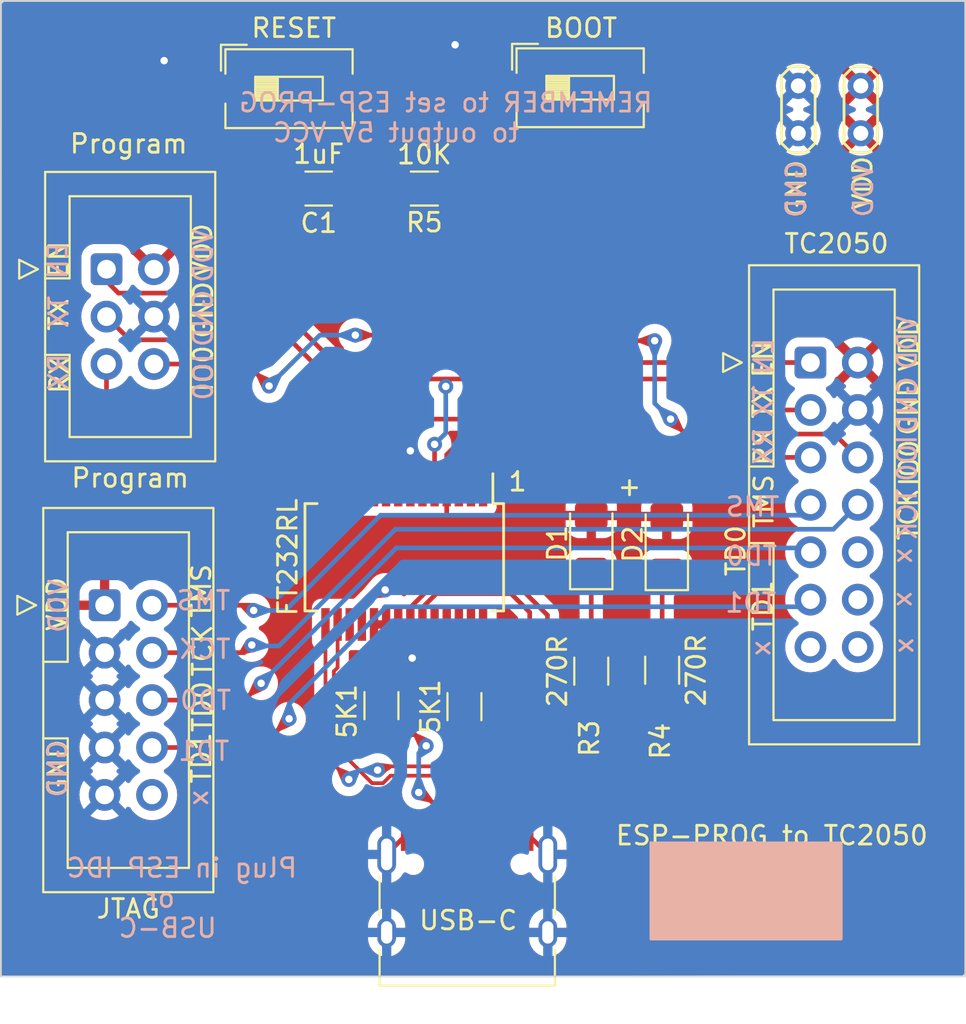
<source format=kicad_pcb>
(kicad_pcb (version 20241229) (generator "pcbnew") (generator_version "9.0")
  (layers (0 "F.Cu" signal) (2 "B.Cu" signal) (13 "F.Paste" user) (15 "B.Paste" user) (5 "F.SilkS" user "F.Silkscreen") (7 "B.SilkS" user "B.Silkscreen") (1 "F.Mask" user) (3 "B.Mask" user) (25 "Edge.Cuts" user))
  (net 0 "")
  (net 6 "GND")
  (net 7 "Net-(J4-CC1)")
  (net 8 "Net-(J4-CC2)")
  (net 9 "VDD")
  (net 10 "ESP_TMS")
  (net 11 "ESP_TCK")
  (net 12 "ESP_TD0")
  (net 13 "ESP_TD1")
  (net 14 "EN")
  (net 15 "TX")
  (net 16 "RX")
  (net 17 "IO0")
  (net 18 "Net-(D1-K)")
  (net 19 "Net-(D2-K)")
  (net 20 "D+")
  (net 21 "D-")
  (net 22 "Net-(U1-CBUS0)")
  (net 23 "Net-(U1-CBUS1)")
  (net 33 "USB_3V3")
  (footprint "LED_SMD:LED_1206_3216Metric_Pad1.42x1.75mm_HandSolder" (layer "F.Cu") (at 159.8 93.4 90)
    (property "Reference" "D1" (at 0 -1.82 90) (layer "F.SilkS"))
    (property "Value" "LED" (hide yes))
    (fp_line (start 1.6 -1.135) (end -2.46 -1.135) (stroke (width 0.12)) (layer "F.SilkS"))
    (fp_line (start -2.46 -1.135) (end -2.46 1.135) (stroke (width 0.12)) (layer "F.SilkS"))
    (fp_line (start -2.46 1.135) (end 1.6 1.135) (stroke (width 0.12)) (layer "F.SilkS"))
    (pad "1" smd roundrect (at -1.4875 0 90) (size 1.425 1.75) (layers "F.Cu" "F.Mask" "F.Paste") (roundrect_rratio 0.1754392982) (net 18 "Net-(D1-K)"))
    (pad "2" smd roundrect (at 1.4875 0 90) (size 1.425 1.75) (layers "F.Cu" "F.Mask" "F.Paste") (roundrect_rratio 0.1754392982) (net 9 "VDD"))
  )
  (footprint "LED_SMD:LED_1206_3216Metric_Pad1.42x1.75mm_HandSolder" (layer "F.Cu") (at 163.85 93.45 90)
    (property "Reference" "D2" (at 0 -1.82 90) (layer "F.SilkS"))
    (property "Value" "LED" (hide yes))
    (fp_line (start 1.6 -1.135) (end -2.46 -1.135) (stroke (width 0.12)) (layer "F.SilkS"))
    (fp_line (start -2.46 -1.135) (end -2.46 1.135) (stroke (width 0.12)) (layer "F.SilkS"))
    (fp_line (start -2.46 1.135) (end 1.6 1.135) (stroke (width 0.12)) (layer "F.SilkS"))
    (pad "1" smd roundrect (at -1.4875 0 90) (size 1.425 1.75) (layers "F.Cu" "F.Mask" "F.Paste") (roundrect_rratio 0.1754392982) (net 19 "Net-(D2-K)"))
    (pad "2" smd roundrect (at 1.4875 0 90) (size 1.425 1.75) (layers "F.Cu" "F.Mask" "F.Paste") (roundrect_rratio 0.1754392982) (net 9 "VDD"))
  )
  (footprint "TestPoint:TestPoint_2Pads_Pitch2.54mm_Drill0.8mm" (layer "F.Cu") (at 170.9 71.44 90)
    (property "Reference" "GND1" (hide yes))
    (property "Value" "GND" (hide yes))
    (fp_line (start 3.07 -0.9) (end 3.57 -0.4) (stroke (width 0.15)) (layer "F.SilkS"))
    (fp_line (start -0.53 -0.9) (end 3.07 -0.9) (stroke (width 0.15)) (layer "F.SilkS"))
    (fp_line (start 3.57 -0.4) (end 3.57 0.4) (stroke (width 0.15)) (layer "F.SilkS"))
    (fp_line (start -1.03 -0.4) (end -0.53 -0.9) (stroke (width 0.15)) (layer "F.SilkS"))
    (fp_line (start 3.57 0.4) (end 3.07 0.9) (stroke (width 0.15)) (layer "F.SilkS"))
    (fp_line (start -1.03 0.4) (end -1.03 -0.4) (stroke (width 0.15)) (layer "F.SilkS"))
    (fp_line (start 3.07 0.9) (end -0.53 0.9) (stroke (width 0.15)) (layer "F.SilkS"))
    (fp_line (start -0.53 0.9) (end -1.03 0.4) (stroke (width 0.15)) (layer "F.SilkS"))
    (pad "1" thru_hole circle (at 0 0 90) (size 1.4 1.4) (drill 0.8) (layers "*.Cu" "*.Mask") (net 6 "GND"))
    (pad "2" thru_hole circle (at 2.54 0 90) (size 1.4 1.4) (drill 0.8) (layers "*.Cu" "*.Mask") (net 6 "GND"))
  )
  (footprint "Resistor_SMD:R_1206_3216Metric_Pad1.30x1.75mm_HandSolder" (layer "F.Cu") (at 159.8 100.25 -90)
    (property "Reference" "R3" (at 3.6 0.1 90) (layer "F.SilkS"))
    (property "Value" "270R" (at 0 1.82 90) (layer "F.SilkS"))
    (fp_line (start -0.727064 0.91) (end 0.727064 0.91) (stroke (width 0.12)) (layer "F.SilkS"))
    (fp_line (start -0.727064 -0.91) (end 0.727064 -0.91) (stroke (width 0.12)) (layer "F.SilkS"))
    (pad "1" smd roundrect (at -1.55 0 270) (size 1.3 1.75) (layers "F.Cu" "F.Mask" "F.Paste") (roundrect_rratio 0.1923076923) (net 18 "Net-(D1-K)"))
    (pad "2" smd roundrect (at 1.55 0 270) (size 1.3 1.75) (layers "F.Cu" "F.Mask" "F.Paste") (roundrect_rratio 0.1923076923) (net 22 "Net-(U1-CBUS0)"))
  )
  (footprint "Connector_IDC:IDC-Header_2x07_P2.54mm_Vertical" (layer "F.Cu") (at 171.55 83.72)
    (property "Reference" "J3" (hide yes))
    (property "Value" "TDC2050_Connector" (hide yes))
    (fp_line (start -4.68 -0.5) (end -4.68 0.5) (stroke (width 0.12)) (layer "F.SilkS"))
    (fp_line (start -4.68 0.5) (end -3.68 0) (stroke (width 0.12)) (layer "F.SilkS"))
    (fp_line (start -3.68 0) (end -4.68 -0.5) (stroke (width 0.12)) (layer "F.SilkS"))
    (fp_line (start -3.29 -5.21) (end 5.83 -5.21) (stroke (width 0.12)) (layer "F.SilkS"))
    (fp_line (start -3.29 5.57) (end -1.98 5.57) (stroke (width 0.12)) (layer "F.SilkS"))
    (fp_line (start -3.29 20.45) (end -3.29 -5.21) (stroke (width 0.12)) (layer "F.SilkS"))
    (fp_line (start -1.98 -3.91) (end 4.52 -3.91) (stroke (width 0.12)) (layer "F.SilkS"))
    (fp_line (start -1.98 5.57) (end -1.98 -3.91) (stroke (width 0.12)) (layer "F.SilkS"))
    (fp_line (start -1.98 9.67) (end -3.29 9.67) (stroke (width 0.12)) (layer "F.SilkS"))
    (fp_line (start -1.98 9.67) (end -1.98 9.67) (stroke (width 0.12)) (layer "F.SilkS"))
    (fp_line (start -1.98 19.15) (end -1.98 9.67) (stroke (width 0.12)) (layer "F.SilkS"))
    (fp_line (start 4.52 -3.91) (end 4.52 19.15) (stroke (width 0.12)) (layer "F.SilkS"))
    (fp_line (start 4.52 19.15) (end -1.98 19.15) (stroke (width 0.12)) (layer "F.SilkS"))
    (fp_line (start 5.83 -5.21) (end 5.83 20.45) (stroke (width 0.12)) (layer "F.SilkS"))
    (fp_line (start 5.83 20.45) (end -3.29 20.45) (stroke (width 0.12)) (layer "F.SilkS"))
    (pad "1" thru_hole roundrect (at 0 0) (size 1.7 1.7) (drill 1) (layers "*.Cu" "*.Mask") (roundrect_rratio 0.1470588235) (net 14 "EN"))
    (pad "2" thru_hole circle (at 2.54 0) (size 1.7 1.7) (drill 1) (layers "*.Cu" "*.Mask") (net 9 "VDD"))
    (pad "3" thru_hole circle (at 0 2.54) (size 1.7 1.7) (drill 1) (layers "*.Cu" "*.Mask") (net 15 "TX"))
    (pad "4" thru_hole circle (at 2.54 2.54) (size 1.7 1.7) (drill 1) (layers "*.Cu" "*.Mask") (net 6 "GND"))
    (pad "5" thru_hole circle (at 0 5.08) (size 1.7 1.7) (drill 1) (layers "*.Cu" "*.Mask") (net 16 "RX"))
    (pad "6" thru_hole circle (at 2.54 5.08) (size 1.7 1.7) (drill 1) (layers "*.Cu" "*.Mask") (net 17 "IO0"))
    (pad "7" thru_hole circle (at 0 7.62) (size 1.7 1.7) (drill 1) (layers "*.Cu" "*.Mask") (net 10 "ESP_TMS"))
    (pad "8" thru_hole circle (at 2.54 7.62) (size 1.7 1.7) (drill 1) (layers "*.Cu" "*.Mask") (net 11 "ESP_TCK"))
    (pad "9" thru_hole circle (at 0 10.16) (size 1.7 1.7) (drill 1) (layers "*.Cu" "*.Mask") (net 12 "ESP_TD0"))
    (pad "10" thru_hole circle (at 2.54 10.16) (size 1.7 1.7) (drill 1) (layers "*.Cu" "*.Mask"))
    (pad "11" thru_hole circle (at 0 12.7) (size 1.7 1.7) (drill 1) (layers "*.Cu" "*.Mask") (net 13 "ESP_TD1"))
    (pad "12" thru_hole circle (at 2.54 12.7) (size 1.7 1.7) (drill 1) (layers "*.Cu" "*.Mask"))
    (pad "13" thru_hole circle (at 0 15.24) (size 1.7 1.7) (drill 1) (layers "*.Cu" "*.Mask"))
    (pad "14" thru_hole circle (at 2.54 15.24) (size 1.7 1.7) (drill 1) (layers "*.Cu" "*.Mask"))
  )
  (footprint "Button_Switch_SMD:SW_DIP_SPSTx01_Slide_6.7x4.1mm_W8.61mm_P2.54mm_LowProfile" (layer "F.Cu") (at 159.205 69)
    (property "Reference" "B2" (hide yes))
    (property "Value" "BOOT" (at 0.045 -3.2 0) (layer "F.SilkS"))
    (fp_line (start -3.65 -2.35) (end -3.65 -0.967) (stroke (width 0.12)) (layer "F.SilkS"))
    (fp_line (start -3.65 -2.35) (end -2.267 -2.35) (stroke (width 0.12)) (layer "F.SilkS"))
    (fp_line (start -3.41 -2.11) (end -3.41 -0.8) (stroke (width 0.12)) (layer "F.SilkS"))
    (fp_line (start -3.41 -2.11) (end 3.41 -2.11) (stroke (width 0.12)) (layer "F.SilkS"))
    (fp_line (start -3.41 0.8) (end -3.41 2.11) (stroke (width 0.12)) (layer "F.SilkS"))
    (fp_line (start -3.41 2.11) (end 3.41 2.11) (stroke (width 0.12)) (layer "F.SilkS"))
    (fp_line (start -1.81 -0.635) (end -1.81 0.635) (stroke (width 0.12)) (layer "F.SilkS"))
    (fp_line (start -1.81 -0.515) (end -0.603333 -0.515) (stroke (width 0.12)) (layer "F.SilkS"))
    (fp_line (start -1.81 -0.395) (end -0.603333 -0.395) (stroke (width 0.12)) (layer "F.SilkS"))
    (fp_line (start -1.81 -0.275) (end -0.603333 -0.275) (stroke (width 0.12)) (layer "F.SilkS"))
    (fp_line (start -1.81 -0.155) (end -0.603333 -0.155) (stroke (width 0.12)) (layer "F.SilkS"))
    (fp_line (start -1.81 -0.035) (end -0.603333 -0.035) (stroke (width 0.12)) (layer "F.SilkS"))
    (fp_line (start -1.81 0.085) (end -0.603333 0.085) (stroke (width 0.12)) (layer "F.SilkS"))
    (fp_line (start -1.81 0.205) (end -0.603333 0.205) (stroke (width 0.12)) (layer "F.SilkS"))
    (fp_line (start -1.81 0.325) (end -0.603333 0.325) (stroke (width 0.12)) (layer "F.SilkS"))
    (fp_line (start -1.81 0.445) (end -0.603333 0.445) (stroke (width 0.12)) (layer "F.SilkS"))
    (fp_line (start -1.81 0.565) (end -0.603333 0.565) (stroke (width 0.12)) (layer "F.SilkS"))
    (fp_line (start -1.81 0.635) (end 1.81 0.635) (stroke (width 0.12)) (layer "F.SilkS"))
    (fp_line (start -0.603333 -0.635) (end -0.603333 0.635) (stroke (width 0.12)) (layer "F.SilkS"))
    (fp_line (start 1.81 -0.635) (end -1.81 -0.635) (stroke (width 0.12)) (layer "F.SilkS"))
    (fp_line (start 1.81 0.635) (end 1.81 -0.635) (stroke (width 0.12)) (layer "F.SilkS"))
    (fp_line (start 3.41 -2.11) (end 3.41 -0.8) (stroke (width 0.12)) (layer "F.SilkS"))
    (fp_line (start 3.41 0.8) (end 3.41 2.11) (stroke (width 0.12)) (layer "F.SilkS"))
    (pad "1" smd rect (at -4.305 0) (size 2.44 1.12) (layers "F.Cu" "F.Mask" "F.Paste") (net 6 "GND"))
    (pad "2" smd rect (at 4.305 0) (size 2.44 1.12) (layers "F.Cu" "F.Mask" "F.Paste") (net 17 "IO0"))
  )
  (footprint "TestPoint:TestPoint_2Pads_Pitch2.54mm_Drill0.8mm" (layer "F.Cu") (at 174.25 71.44 90)
    (property "Reference" "VCC1" (hide yes))
    (property "Value" "VCC" (hide yes))
    (fp_line (start 3.07 -0.9) (end 3.57 -0.4) (stroke (width 0.15)) (layer "F.SilkS"))
    (fp_line (start -0.53 -0.9) (end 3.07 -0.9) (stroke (width 0.15)) (layer "F.SilkS"))
    (fp_line (start 3.57 -0.4) (end 3.57 0.4) (stroke (width 0.15)) (layer "F.SilkS"))
    (fp_line (start -1.03 -0.4) (end -0.53 -0.9) (stroke (width 0.15)) (layer "F.SilkS"))
    (fp_line (start 3.57 0.4) (end 3.07 0.9) (stroke (width 0.15)) (layer "F.SilkS"))
    (fp_line (start -1.03 0.4) (end -1.03 -0.4) (stroke (width 0.15)) (layer "F.SilkS"))
    (fp_line (start 3.07 0.9) (end -0.53 0.9) (stroke (width 0.15)) (layer "F.SilkS"))
    (fp_line (start -0.53 0.9) (end -1.03 0.4) (stroke (width 0.15)) (layer "F.SilkS"))
    (pad "1" thru_hole circle (at 0 0 90) (size 1.4 1.4) (drill 0.8) (layers "*.Cu" "*.Mask") (net 9 "VDD"))
    (pad "2" thru_hole circle (at 2.54 0 90) (size 1.4 1.4) (drill 0.8) (layers "*.Cu" "*.Mask") (net 9 "VDD"))
  )
  (footprint "Resistor_SMD:R_1206_3216Metric_Pad1.30x1.75mm_HandSolder" (layer "F.Cu") (at 150.85 74.4 180)
    (property "Reference" "R5" (at 0 -1.82 0) (layer "F.SilkS"))
    (property "Value" "10K" (at 0 1.82 0) (layer "F.SilkS"))
    (fp_line (start -0.727064 0.91) (end 0.727064 0.91) (stroke (width 0.12)) (layer "F.SilkS"))
    (fp_line (start -0.727064 -0.91) (end 0.727064 -0.91) (stroke (width 0.12)) (layer "F.SilkS"))
    (pad "1" smd roundrect (at -1.55 0 180) (size 1.3 1.75) (layers "F.Cu" "F.Mask" "F.Paste") (roundrect_rratio 0.1923076923) (net 9 "VDD"))
    (pad "2" smd roundrect (at 1.55 0 180) (size 1.3 1.75) (layers "F.Cu" "F.Mask" "F.Paste") (roundrect_rratio 0.1923076923) (net 14 "EN"))
  )
  (footprint "Connector_IDC:IDC-Header_2x03_P2.54mm_Vertical" (layer "F.Cu") (at 133.81 78.72)
    (property "Reference" "J2" (hide yes))
    (property "Value" "Program" (at 1.27 11.18 0) (layer "F.SilkS"))
    (fp_line (start -4.68 -0.5) (end -4.68 0.5) (stroke (width 0.12)) (layer "F.SilkS"))
    (fp_line (start -4.68 0.5) (end -3.68 0) (stroke (width 0.12)) (layer "F.SilkS"))
    (fp_line (start -3.68 0) (end -4.68 -0.5) (stroke (width 0.12)) (layer "F.SilkS"))
    (fp_line (start -3.29 -5.21) (end 5.83 -5.21) (stroke (width 0.12)) (layer "F.SilkS"))
    (fp_line (start -3.29 0.49) (end -1.98 0.49) (stroke (width 0.12)) (layer "F.SilkS"))
    (fp_line (start -3.29 10.29) (end -3.29 -5.21) (stroke (width 0.12)) (layer "F.SilkS"))
    (fp_line (start -1.98 -3.91) (end 4.52 -3.91) (stroke (width 0.12)) (layer "F.SilkS"))
    (fp_line (start -1.98 0.49) (end -1.98 -3.91) (stroke (width 0.12)) (layer "F.SilkS"))
    (fp_line (start -1.98 4.59) (end -3.29 4.59) (stroke (width 0.12)) (layer "F.SilkS"))
    (fp_line (start -1.98 4.59) (end -1.98 4.59) (stroke (width 0.12)) (layer "F.SilkS"))
    (fp_line (start -1.98 8.99) (end -1.98 4.59) (stroke (width 0.12)) (layer "F.SilkS"))
    (fp_line (start 4.52 -3.91) (end 4.52 8.99) (stroke (width 0.12)) (layer "F.SilkS"))
    (fp_line (start 4.52 8.99) (end -1.98 8.99) (stroke (width 0.12)) (layer "F.SilkS"))
    (fp_line (start 5.83 -5.21) (end 5.83 10.29) (stroke (width 0.12)) (layer "F.SilkS"))
    (fp_line (start 5.83 10.29) (end -3.29 10.29) (stroke (width 0.12)) (layer "F.SilkS"))
    (pad "1" thru_hole roundrect (at 0 0) (size 1.7 1.7) (drill 1) (layers "*.Cu" "*.Mask") (roundrect_rratio 0.1470588235) (net 14 "EN"))
    (pad "2" thru_hole circle (at 2.54 0) (size 1.7 1.7) (drill 1) (layers "*.Cu" "*.Mask") (net 9 "VDD"))
    (pad "3" thru_hole circle (at 0 2.54) (size 1.7 1.7) (drill 1) (layers "*.Cu" "*.Mask") (net 15 "TX"))
    (pad "4" thru_hole circle (at 2.54 2.54) (size 1.7 1.7) (drill 1) (layers "*.Cu" "*.Mask") (net 6 "GND"))
    (pad "5" thru_hole circle (at 0 5.08) (size 1.7 1.7) (drill 1) (layers "*.Cu" "*.Mask") (net 16 "RX"))
    (pad "6" thru_hole circle (at 2.54 5.08) (size 1.7 1.7) (drill 1) (layers "*.Cu" "*.Mask") (net 17 "IO0"))
  )
  (footprint "Capacitor_SMD:C_1206_3216Metric_Pad1.33x1.80mm_HandSolder" (layer "F.Cu") (at 145.1875 74.4 180)
    (property "Reference" "C1" (at 0 -1.85 0) (layer "F.SilkS"))
    (property "Value" "1uF" (at 0 1.85 0) (layer "F.SilkS"))
    (fp_line (start -0.711252 0.91) (end 0.711252 0.91) (stroke (width 0.12)) (layer "F.SilkS"))
    (fp_line (start -0.711252 -0.91) (end 0.711252 -0.91) (stroke (width 0.12)) (layer "F.SilkS"))
    (pad "1" smd roundrect (at -1.5625 0 180) (size 1.325 1.8) (layers "F.Cu" "F.Mask" "F.Paste") (roundrect_rratio 0.1886792453) (net 14 "EN"))
    (pad "2" smd roundrect (at 1.5625 0 180) (size 1.325 1.8) (layers "F.Cu" "F.Mask" "F.Paste") (roundrect_rratio 0.1886792453) (net 6 "GND"))
  )
  (footprint "Resistor_SMD:R_1206_3216Metric_Pad1.30x1.75mm_HandSolder" (layer "F.Cu") (at 153 102.15 -90)
    (property "Reference" "R2" (hide yes))
    (property "Value" "5K1" (at 0 1.82 90) (layer "F.SilkS"))
    (fp_line (start -0.727064 0.91) (end 0.727064 0.91) (stroke (width 0.12)) (layer "F.SilkS"))
    (fp_line (start -0.727064 -0.91) (end 0.727064 -0.91) (stroke (width 0.12)) (layer "F.SilkS"))
    (pad "1" smd roundrect (at -1.55 0 270) (size 1.3 1.75) (layers "F.Cu" "F.Mask" "F.Paste") (roundrect_rratio 0.1923076923) (net 6 "GND"))
    (pad "2" smd roundrect (at 1.55 0 270) (size 1.3 1.75) (layers "F.Cu" "F.Mask" "F.Paste") (roundrect_rratio 0.1923076923) (net 8 "Net-(J4-CC2)"))
  )
  (footprint "Connector_IDC:IDC-Header_2x05_P2.54mm_Vertical" (layer "F.Cu") (at 133.71 96.72)
    (property "Reference" "J1" (hide yes))
    (property "Value" "JTAG" (at 1.27 16.26 0) (layer "F.SilkS"))
    (fp_line (start -4.68 -0.5) (end -4.68 0.5) (stroke (width 0.12)) (layer "F.SilkS"))
    (fp_line (start -4.68 0.5) (end -3.68 0) (stroke (width 0.12)) (layer "F.SilkS"))
    (fp_line (start -3.68 0) (end -4.68 -0.5) (stroke (width 0.12)) (layer "F.SilkS"))
    (fp_line (start -3.29 -5.21) (end 5.83 -5.21) (stroke (width 0.12)) (layer "F.SilkS"))
    (fp_line (start -3.29 3.03) (end -1.98 3.03) (stroke (width 0.12)) (layer "F.SilkS"))
    (fp_line (start -3.29 15.37) (end -3.29 -5.21) (stroke (width 0.12)) (layer "F.SilkS"))
    (fp_line (start -1.98 -3.91) (end 4.52 -3.91) (stroke (width 0.12)) (layer "F.SilkS"))
    (fp_line (start -1.98 3.03) (end -1.98 -3.91) (stroke (width 0.12)) (layer "F.SilkS"))
    (fp_line (start -1.98 7.13) (end -3.29 7.13) (stroke (width 0.12)) (layer "F.SilkS"))
    (fp_line (start -1.98 7.13) (end -1.98 7.13) (stroke (width 0.12)) (layer "F.SilkS"))
    (fp_line (start -1.98 14.07) (end -1.98 7.13) (stroke (width 0.12)) (layer "F.SilkS"))
    (fp_line (start 4.52 -3.91) (end 4.52 14.07) (stroke (width 0.12)) (layer "F.SilkS"))
    (fp_line (start 4.52 14.07) (end -1.98 14.07) (stroke (width 0.12)) (layer "F.SilkS"))
    (fp_line (start 5.83 -5.21) (end 5.83 15.37) (stroke (width 0.12)) (layer "F.SilkS"))
    (fp_line (start 5.83 15.37) (end -3.29 15.37) (stroke (width 0.12)) (layer "F.SilkS"))
    (pad "1" thru_hole roundrect (at 0 0) (size 1.7 1.7) (drill 1) (layers "*.Cu" "*.Mask") (roundrect_rratio 0.1470588235) (net 9 "VDD"))
    (pad "2" thru_hole circle (at 2.54 0) (size 1.7 1.7) (drill 1) (layers "*.Cu" "*.Mask") (net 10 "ESP_TMS"))
    (pad "3" thru_hole circle (at 0 2.54) (size 1.7 1.7) (drill 1) (layers "*.Cu" "*.Mask") (net 6 "GND"))
    (pad "4" thru_hole circle (at 2.54 2.54) (size 1.7 1.7) (drill 1) (layers "*.Cu" "*.Mask") (net 11 "ESP_TCK"))
    (pad "5" thru_hole circle (at 0 5.08) (size 1.7 1.7) (drill 1) (layers "*.Cu" "*.Mask") (net 6 "GND"))
    (pad "6" thru_hole circle (at 2.54 5.08) (size 1.7 1.7) (drill 1) (layers "*.Cu" "*.Mask") (net 12 "ESP_TD0"))
    (pad "7" thru_hole circle (at 0 7.62) (size 1.7 1.7) (drill 1) (layers "*.Cu" "*.Mask") (net 6 "GND"))
    (pad "8" thru_hole circle (at 2.54 7.62) (size 1.7 1.7) (drill 1) (layers "*.Cu" "*.Mask") (net 13 "ESP_TD1"))
    (pad "9" thru_hole circle (at 0 10.16) (size 1.7 1.7) (drill 1) (layers "*.Cu" "*.Mask") (net 6 "GND"))
    (pad "10" thru_hole circle (at 2.54 10.16) (size 1.7 1.7) (drill 1) (layers "*.Cu" "*.Mask"))
  )
  (footprint "Resistor_SMD:R_1206_3216Metric_Pad1.30x1.75mm_HandSolder" (layer "F.Cu") (at 148.55 102.1 -90)
    (property "Reference" "R1" (hide yes))
    (property "Value" "5K1" (at 0.3 1.85 90) (layer "F.SilkS"))
    (fp_line (start -0.727064 0.91) (end 0.727064 0.91) (stroke (width 0.12)) (layer "F.SilkS"))
    (fp_line (start -0.727064 -0.91) (end 0.727064 -0.91) (stroke (width 0.12)) (layer "F.SilkS"))
    (pad "1" smd roundrect (at -1.55 0 270) (size 1.3 1.75) (layers "F.Cu" "F.Mask" "F.Paste") (roundrect_rratio 0.1923076923) (net 6 "GND"))
    (pad "2" smd roundrect (at 1.55 0 270) (size 1.3 1.75) (layers "F.Cu" "F.Mask" "F.Paste") (roundrect_rratio 0.1923076923) (net 7 "Net-(J4-CC1)"))
  )
  (footprint "Button_Switch_SMD:SW_DIP_SPSTx01_Slide_6.7x4.1mm_W8.61mm_P2.54mm_LowProfile" (layer "F.Cu") (at 143.595 69.05)
    (property "Reference" "B1" (hide yes))
    (property "Value" "RESET" (at 0.255 -3.25 0) (layer "F.SilkS"))
    (fp_line (start -3.65 -2.35) (end -3.65 -0.967) (stroke (width 0.12)) (layer "F.SilkS"))
    (fp_line (start -3.65 -2.35) (end -2.267 -2.35) (stroke (width 0.12)) (layer "F.SilkS"))
    (fp_line (start -3.41 -2.11) (end -3.41 -0.8) (stroke (width 0.12)) (layer "F.SilkS"))
    (fp_line (start -3.41 -2.11) (end 3.41 -2.11) (stroke (width 0.12)) (layer "F.SilkS"))
    (fp_line (start -3.41 0.8) (end -3.41 2.11) (stroke (width 0.12)) (layer "F.SilkS"))
    (fp_line (start -3.41 2.11) (end 3.41 2.11) (stroke (width 0.12)) (layer "F.SilkS"))
    (fp_line (start -1.81 -0.635) (end -1.81 0.635) (stroke (width 0.12)) (layer "F.SilkS"))
    (fp_line (start -1.81 -0.515) (end -0.603333 -0.515) (stroke (width 0.12)) (layer "F.SilkS"))
    (fp_line (start -1.81 -0.395) (end -0.603333 -0.395) (stroke (width 0.12)) (layer "F.SilkS"))
    (fp_line (start -1.81 -0.275) (end -0.603333 -0.275) (stroke (width 0.12)) (layer "F.SilkS"))
    (fp_line (start -1.81 -0.155) (end -0.603333 -0.155) (stroke (width 0.12)) (layer "F.SilkS"))
    (fp_line (start -1.81 -0.035) (end -0.603333 -0.035) (stroke (width 0.12)) (layer "F.SilkS"))
    (fp_line (start -1.81 0.085) (end -0.603333 0.085) (stroke (width 0.12)) (layer "F.SilkS"))
    (fp_line (start -1.81 0.205) (end -0.603333 0.205) (stroke (width 0.12)) (layer "F.SilkS"))
    (fp_line (start -1.81 0.325) (end -0.603333 0.325) (stroke (width 0.12)) (layer "F.SilkS"))
    (fp_line (start -1.81 0.445) (end -0.603333 0.445) (stroke (width 0.12)) (layer "F.SilkS"))
    (fp_line (start -1.81 0.565) (end -0.603333 0.565) (stroke (width 0.12)) (layer "F.SilkS"))
    (fp_line (start -1.81 0.635) (end 1.81 0.635) (stroke (width 0.12)) (layer "F.SilkS"))
    (fp_line (start -0.603333 -0.635) (end -0.603333 0.635) (stroke (width 0.12)) (layer "F.SilkS"))
    (fp_line (start 1.81 -0.635) (end -1.81 -0.635) (stroke (width 0.12)) (layer "F.SilkS"))
    (fp_line (start 1.81 0.635) (end 1.81 -0.635) (stroke (width 0.12)) (layer "F.SilkS"))
    (fp_line (start 3.41 -2.11) (end 3.41 -0.8) (stroke (width 0.12)) (layer "F.SilkS"))
    (fp_line (start 3.41 0.8) (end 3.41 2.11) (stroke (width 0.12)) (layer "F.SilkS"))
    (pad "1" smd rect (at -4.305 0) (size 2.44 1.12) (layers "F.Cu" "F.Mask" "F.Paste") (net 6 "GND"))
    (pad "2" smd rect (at 4.305 0) (size 2.44 1.12) (layers "F.Cu" "F.Mask" "F.Paste") (net 14 "EN"))
  )
  (footprint "Connector_USB:USB_C_Receptacle_HRO_TYPE-C-31-M-12" (layer "F.Cu") (at 153.15 113.195)
    (property "Reference" "J4" (hide yes))
    (property "Value" "USB_C_Receptacle_USB2.0")
    (fp_line (start -4.7 -1.9) (end -4.7 0.1) (stroke (width 0.12)) (layer "F.SilkS"))
    (fp_line (start -4.7 2) (end -4.7 3.9) (stroke (width 0.12)) (layer "F.SilkS"))
    (fp_line (start -4.7 3.9) (end 4.7 3.9) (stroke (width 0.12)) (layer "F.SilkS"))
    (fp_line (start 4.7 -1.9) (end 4.7 0.1) (stroke (width 0.12)) (layer "F.SilkS"))
    (fp_line (start 4.7 2) (end 4.7 3.9) (stroke (width 0.12)) (layer "F.SilkS"))
    (pad "" np_thru_hole circle (at -2.89 -2.6) (size 0.65 0.65) (drill 0.65) (layers "*.Cu" "*.Mask"))
    (pad "" np_thru_hole circle (at 2.89 -2.6) (size 0.65 0.65) (drill 0.65) (layers "*.Cu" "*.Mask"))
    (pad "A1" smd rect (at -3.25 -4.045) (size 0.6 1.45) (layers "F.Cu" "F.Mask" "F.Paste") (net 6 "GND"))
    (pad "A4" smd rect (at -2.45 -4.045) (size 0.6 1.45) (layers "F.Cu" "F.Mask" "F.Paste") (net 9 "VDD"))
    (pad "A5" smd rect (at -1.25 -4.045) (size 0.3 1.45) (layers "F.Cu" "F.Mask" "F.Paste") (net 7 "Net-(J4-CC1)"))
    (pad "A6" smd rect (at -0.25 -4.045) (size 0.3 1.45) (layers "F.Cu" "F.Mask" "F.Paste") (net 20 "D+"))
    (pad "A7" smd rect (at 0.25 -4.045) (size 0.3 1.45) (layers "F.Cu" "F.Mask" "F.Paste") (net 21 "D-"))
    (pad "A9" smd rect (at 2.45 -4.045) (size 0.6 1.45) (layers "F.Cu" "F.Mask" "F.Paste") (net 9 "VDD"))
    (pad "A12" smd rect (at 3.25 -4.045) (size 0.6 1.45) (layers "F.Cu" "F.Mask" "F.Paste") (net 6 "GND"))
    (pad "B1" smd rect (at 3.25 -4.045) (size 0.6 1.45) (layers "F.Cu" "F.Mask" "F.Paste") (net 6 "GND"))
    (pad "B4" smd rect (at 2.45 -4.045) (size 0.6 1.45) (layers "F.Cu" "F.Mask" "F.Paste") (net 9 "VDD"))
    (pad "B5" smd rect (at 1.75 -4.045) (size 0.3 1.45) (layers "F.Cu" "F.Mask" "F.Paste") (net 8 "Net-(J4-CC2)"))
    (pad "B6" smd rect (at 0.75 -4.045) (size 0.3 1.45) (layers "F.Cu" "F.Mask" "F.Paste") (net 20 "D+"))
    (pad "B7" smd rect (at -0.75 -4.045) (size 0.3 1.45) (layers "F.Cu" "F.Mask" "F.Paste") (net 21 "D-"))
    (pad "B9" smd rect (at -2.45 -4.045) (size 0.6 1.45) (layers "F.Cu" "F.Mask" "F.Paste") (net 9 "VDD"))
    (pad "B12" smd rect (at -3.25 -4.045) (size 0.6 1.45) (layers "F.Cu" "F.Mask" "F.Paste") (net 6 "GND"))
    (pad "S1" thru_hole oval (at -4.32 -3.13) (size 1 2.1) (drill oval 0.6 1.7) (layers "*.Cu" "*.Mask") (net 6 "GND"))
    (pad "S1" thru_hole oval (at -4.32 1.05) (size 1 1.6) (drill oval 0.6 1.2) (layers "*.Cu" "*.Mask") (net 6 "GND"))
    (pad "S1" thru_hole oval (at 4.32 -3.13) (size 1 2.1) (drill oval 0.6 1.7) (layers "*.Cu" "*.Mask") (net 6 "GND"))
    (pad "S1" thru_hole oval (at 4.32 1.05) (size 1 1.6) (drill oval 0.6 1.2) (layers "*.Cu" "*.Mask") (net 6 "GND"))
  )
  (footprint "Package_SO:SSOP-28_5.3x10.2mm_P0.65mm" (layer "F.Cu") (at 149.775 94.15 -90)
    (property "Reference" "U1" (hide yes))
    (property "Value" "FT232RL" (at 0 6.25 90) (layer "F.SilkS"))
    (fp_line (start -2.875 5.325) (end 2.875 5.325) (stroke (width 0.15)) (layer "F.SilkS"))
    (fp_line (start -2.875 5.325) (end -2.875 4.675) (stroke (width 0.15)) (layer "F.SilkS"))
    (fp_line (start 2.875 5.325) (end 2.875 4.675) (stroke (width 0.15)) (layer "F.SilkS"))
    (fp_line (start -2.875 -4.75) (end -4.475 -4.75) (stroke (width 0.15)) (layer "F.SilkS"))
    (fp_line (start -2.875 -5.325) (end -2.875 -4.75) (stroke (width 0.15)) (layer "F.SilkS"))
    (fp_line (start -2.875 -5.325) (end 2.875 -5.325) (stroke (width 0.15)) (layer "F.SilkS"))
    (fp_line (start 2.875 -5.325) (end 2.875 -4.675) (stroke (width 0.15)) (layer "F.SilkS"))
    (pad "1" smd rect (at -3.6 -4.225 270) (size 1.75 0.45) (layers "F.Cu" "F.Mask" "F.Paste") (net 16 "RX"))
    (pad "2" smd rect (at -3.6 -3.575 270) (size 1.75 0.45) (layers "F.Cu" "F.Mask" "F.Paste"))
    (pad "3" smd rect (at -3.6 -2.925 270) (size 1.75 0.45) (layers "F.Cu" "F.Mask" "F.Paste"))
    (pad "4" smd rect (at -3.6 -2.275 270) (size 1.75 0.45) (layers "F.Cu" "F.Mask" "F.Paste") (net 9 "VDD"))
    (pad "5" smd rect (at -3.6 -1.625 270) (size 1.75 0.45) (layers "F.Cu" "F.Mask" "F.Paste") (net 15 "TX"))
    (pad "6" smd rect (at -3.6 -0.975 270) (size 1.75 0.45) (layers "F.Cu" "F.Mask" "F.Paste"))
    (pad "7" smd rect (at -3.6 -0.325 270) (size 1.75 0.45) (layers "F.Cu" "F.Mask" "F.Paste") (net 6 "GND"))
    (pad "8" smd rect (at -3.6 0.325 270) (size 1.75 0.45) (layers "F.Cu" "F.Mask" "F.Paste"))
    (pad "9" smd rect (at -3.6 0.975 270) (size 1.75 0.45) (layers "F.Cu" "F.Mask" "F.Paste"))
    (pad "10" smd rect (at -3.6 1.625 270) (size 1.75 0.45) (layers "F.Cu" "F.Mask" "F.Paste"))
    (pad "11" smd rect (at -3.6 2.275 270) (size 1.75 0.45) (layers "F.Cu" "F.Mask" "F.Paste"))
    (pad "12" smd rect (at -3.6 2.925 270) (size 1.75 0.45) (layers "F.Cu" "F.Mask" "F.Paste"))
    (pad "13" smd rect (at -3.6 3.575 270) (size 1.75 0.45) (layers "F.Cu" "F.Mask" "F.Paste"))
    (pad "14" smd rect (at -3.6 4.225 270) (size 1.75 0.45) (layers "F.Cu" "F.Mask" "F.Paste"))
    (pad "15" smd rect (at 3.6 4.225 270) (size 1.75 0.45) (layers "F.Cu" "F.Mask" "F.Paste") (net 20 "D+"))
    (pad "16" smd rect (at 3.6 3.575 270) (size 1.75 0.45) (layers "F.Cu" "F.Mask" "F.Paste") (net 21 "D-"))
    (pad "17" smd rect (at 3.6 2.925 270) (size 1.75 0.45) (layers "F.Cu" "F.Mask" "F.Paste") (net 33 "USB_3V3"))
    (pad "18" smd rect (at 3.6 2.275 270) (size 1.75 0.45) (layers "F.Cu" "F.Mask" "F.Paste") (net 6 "GND"))
    (pad "19" smd rect (at 3.6 1.625 270) (size 1.75 0.45) (layers "F.Cu" "F.Mask" "F.Paste") (net 9 "VDD"))
    (pad "20" smd rect (at 3.6 0.975 270) (size 1.75 0.45) (layers "F.Cu" "F.Mask" "F.Paste") (net 9 "VDD"))
    (pad "21" smd rect (at 3.6 0.325 270) (size 1.75 0.45) (layers "F.Cu" "F.Mask" "F.Paste") (net 6 "GND"))
    (pad "22" smd rect (at 3.6 -0.325 270) (size 1.75 0.45) (layers "F.Cu" "F.Mask" "F.Paste") (net 23 "Net-(U1-CBUS1)"))
    (pad "23" smd rect (at 3.6 -0.975 270) (size 1.75 0.45) (layers "F.Cu" "F.Mask" "F.Paste") (net 22 "Net-(U1-CBUS0)"))
    (pad "24" smd rect (at 3.6 -1.625 270) (size 1.75 0.45) (layers "F.Cu" "F.Mask" "F.Paste"))
    (pad "25" smd rect (at 3.6 -2.275 270) (size 1.75 0.45) (layers "F.Cu" "F.Mask" "F.Paste") (net 6 "GND"))
    (pad "26" smd rect (at 3.6 -2.925 270) (size 1.75 0.45) (layers "F.Cu" "F.Mask" "F.Paste") (net 6 "GND"))
    (pad "27" smd rect (at 3.6 -3.575 270) (size 1.75 0.45) (layers "F.Cu" "F.Mask" "F.Paste"))
    (pad "28" smd rect (at 3.6 -4.225 270) (size 1.75 0.45) (layers "F.Cu" "F.Mask" "F.Paste"))
  )
  (footprint "Resistor_SMD:R_1206_3216Metric_Pad1.30x1.75mm_HandSolder" (layer "F.Cu") (at 163.6 100.2 90)
    (property "Reference" "R4" (at -3.8 -0.1 90) (layer "F.SilkS"))
    (property "Value" "270R" (at 0 1.82 90) (layer "F.SilkS"))
    (fp_line (start -0.727064 -0.91) (end 0.727064 -0.91) (stroke (width 0.12)) (layer "F.SilkS"))
    (fp_line (start -0.727064 0.91) (end 0.727064 0.91) (stroke (width 0.12)) (layer "F.SilkS"))
    (pad "1" smd roundrect (at -1.55 0 90) (size 1.3 1.75) (layers "F.Cu" "F.Mask" "F.Paste") (roundrect_rratio 0.1923076923) (net 23 "Net-(U1-CBUS1)"))
    (pad "2" smd roundrect (at 1.55 0 90) (size 1.3 1.75) (layers "F.Cu" "F.Mask" "F.Paste") (roundrect_rratio 0.1923076923) (net 19 "Net-(D2-K)"))
  )
  (gr_rect (start 163 109.45) (end 173.2 114.6) (stroke (width 0.15)) (fill yes) (layer "B.SilkS"))
  (gr_rect (start 128.15 64.35) (end 179.85 116.6) (stroke (width 0.1)) (fill no) (layer "Edge.Cuts"))
  (gr_text "TX" (at 169 85.85 90) (layer "F.SilkS") (effects (font (size 1 1))))
  (gr_text "TD1" (at 138.9 104.9 90) (layer "F.SilkS") (effects (font (size 1 1))))
  (gr_text "IO0" (at 176.85 89.1 90) (layer "F.SilkS") (effects (font (size 1 1))))
  (gr_text "TD0" (at 167.55 93.8 90) (layer "F.SilkS") (effects (font (size 1 1))))
  (gr_text "1" (at 155.85 90.1 0) (layer "F.SilkS") (effects (font (size 1 1))))
  (gr_text "TX" (at 131.25 81.15 90) (layer "F.SilkS") (effects (font (size 1 1))))
  (gr_text "USB-C" (at 153.2 113.6 0) (layer "F.SilkS") (effects (font (size 1 1))))
  (gr_text "ESP-PROG to TC2050\nFeb 2024\nv 2.0" (at 169.481736 110.664139 0) (layer "F.SilkS") (effects (font (size 1 1))))
  (gr_text "VDD" (at 174.35 74.1 90) (layer "F.SilkS") (effects (font (size 1 1))))
  (gr_text "RX" (at 169.05 88.25 90) (layer "F.SilkS") (effects (font (size 1 1))))
  (gr_text "TD0" (at 138.95 102.15 90) (layer "F.SilkS") (effects (font (size 1 1))))
  (gr_text "TC2050" (at 172.95 77.35 0) (layer "F.SilkS") (effects (font (size 1 1))))
  (gr_text "VDD" (at 176.85 82.75 90) (layer "F.SilkS") (effects (font (size 1 1))))
  (gr_text "IO0" (at 139 84.05 90) (layer "F.SilkS") (effects (font (size 1 1))))
  (gr_text "EN" (at 169 83.55 90) (layer "F.SilkS") (effects (font (size 1 1))))
  (gr_text "Program" (at 135 72 0) (layer "F.SilkS") (effects (font (size 1 1))))
  (gr_text "GND" (at 139 80.9 90) (layer "F.SilkS") (effects (font (size 1 1))))
  (gr_text "VDD" (at 138.95 77.7 90) (layer "F.SilkS") (effects (font (size 1 1))))
  (gr_text "+" (at 161.85 90.35 0) (layer "F.SilkS") (effects (font (size 1 1))))
  (gr_text "EN" (at 131.25 78.2 90) (layer "F.SilkS") (effects (font (size 1 1))))
  (gr_text "GND" (at 131.2 105.45 90) (layer "F.SilkS") (effects (font (size 1 1))))
  (gr_text "RX" (at 131.3 84.4 90) (layer "F.SilkS") (effects (font (size 1 1))))
  (gr_text "GND" (at 170.8 74.4 90) (layer "F.SilkS") (effects (font (size 1 1))))
  (gr_text "VDD" (at 131.15 96.65 90) (layer "F.SilkS") (effects (font (size 1 1))))
  (gr_text "TCK" (at 176.8 91.85 90) (layer "F.SilkS") (effects (font (size 1 1))))
  (gr_text "TMS" (at 169.05 91.15 90) (layer "F.SilkS") (effects (font (size 1 1))))
  (gr_text "GND" (at 176.8 86.1 90) (layer "F.SilkS") (effects (font (size 1 1))))
  (gr_text "TCK" (at 138.95 99.15 90) (layer "F.SilkS") (effects (font (size 1 1))))
  (gr_text "TD1" (at 169 96.75 90) (layer "F.SilkS") (effects (font (size 1 1))))
  (gr_text "TMS" (at 138.9 95.95 90) (layer "F.SilkS") (effects (font (size 1 1))))
  (gr_text "GND" (at 176.741241 86 90) (layer "B.SilkS") (effects (font (size 1 1)) (justify mirror)))
  (gr_text "RX" (at 131.232033 84.23305 90) (layer "B.SilkS") (effects (font (size 1 1)) (justify mirror)))
  (gr_text "EN" (at 169.047638 83.393483 90) (layer "B.SilkS") (effects (font (size 1 1)) (justify mirror)))
  (gr_text "GND" (at 170.769185 74.437271 90) (layer "B.SilkS") (effects (font (size 1 1)) (justify mirror)))
  (gr_text "VDD" (at 139 78 90) (layer "B.SilkS") (effects (font (size 1 1)) (justify mirror)))
  (gr_text "VDD" (at 174.386727 74.504262 90) (layer "B.SilkS") (effects (font (size 1 1)) (justify mirror)))
  (gr_text "EN" (at 131.198538 78.271315 90) (layer "B.SilkS") (effects (font (size 1 1)) (justify mirror)))
  (gr_text "TMS" (at 139.008932 96.469544 0) (layer "B.SilkS") (effects (font (size 1 1)) (justify mirror)))
  (gr_text "TX" (at 169.041683 85.811132 90) (layer "B.SilkS") (effects (font (size 1 1)) (justify mirror)))
  (gr_text "IO0" (at 176.729331 88.854035 90) (layer "B.SilkS") (effects (font (size 1 1)) (justify mirror)))
  (gr_text "TD1" (at 139.026796 104.535322 0) (layer "B.SilkS") (effects (font (size 1 1)) (justify mirror)))
  (gr_text "x" (at 176.553186 98.876778 90) (layer "B.SilkS") (effects (font (size 1 1)) (justify mirror)))
  (gr_text "TD1" (at 168.347743 96.592571 0) (layer "B.SilkS") (effects (font (size 1 1)) (justify mirror)))
  (gr_text "x" (at 176.457909 96.393626 90) (layer "B.SilkS") (effects (font (size 1 1)) (justify mirror)))
  (gr_text "IO0" (at 139 84.5 90) (layer "B.SilkS") (effects (font (size 1 1)) (justify mirror)))
  (gr_text "TMS" (at 168.44823 91.447623 0) (layer "B.SilkS") (effects (font (size 1 1)) (justify mirror)))
  (gr_text "REMEMBER to set ESP-PROG \n      to output 5V VCC" (at 151.620584 70.600487 0) (layer "B.SilkS") (effects (font (size 1 1)) (justify mirror)))
  (gr_text "x" (at 168.883403 99.019693 90) (layer "B.SilkS") (effects (font (size 1 1)) (justify mirror)))
  (gr_text "VDD" (at 176.735286 82.655087 90) (layer "B.SilkS") (effects (font (size 1 1)) (justify mirror)))
  (gr_text "GND" (at 138.991067 81.348355 90) (layer "B.SilkS") (effects (font (size 1 1)) (justify mirror)))
  (gr_text "TX" (at 131.245432 81.014617 90) (layer "B.SilkS") (effects (font (size 1 1)) (justify mirror)))
  (gr_text "VDD" (at 131.249695 96.762483 90) (layer "B.SilkS") (effects (font (size 1 1)) (justify mirror)))
  (gr_text "Plug in ESP IDC\n   or\n  USB-C" (at 137.85 112.4 0) (layer "B.SilkS") (effects (font (size 1 1)) (justify mirror)))
  (gr_text "TCK" (at 176.731424 91.86419 90) (layer "B.SilkS") (effects (font (size 1 1)) (justify mirror)))
  (gr_text "TCK" (at 139.071457 99.068815 0) (layer "B.SilkS") (effects (font (size 1 1)) (justify mirror)))
  (gr_text "RX" (at 169.029774 88.204962 90) (layer "B.SilkS") (effects (font (size 1 1)) (justify mirror)))
  (gr_text "TD0" (at 139.12505 101.811 0) (layer "B.SilkS") (effects (font (size 1 1)) (justify mirror)))
  (gr_text "TD0" (at 168.393016 94.083367 0) (layer "B.SilkS") (effects (font (size 1 1)) (justify mirror)))
  (gr_text "x" (at 138.737988 107.036541 90) (layer "B.SilkS") (effects (font (size 1 1)) (justify mirror)))
  (gr_text "GND" (at 131.182703 105.484778 90) (layer "B.SilkS") (effects (font (size 1 1)) (justify mirror)))
  (gr_text "x" (at 176.475774 94.065299 90) (layer "B.SilkS") (effects (font (size 1 1)) (justify mirror)))
  (segment (start 150.2 99.55) (end 151.95 99.55) (width 0.25) (layer "F.Cu") (net 6))
  (segment (start 149.45 97.75) (end 149.45 99.65) (width 0.25) (layer "F.Cu") (net 6))
  (segment (start 152.6 66.7) (end 152.5 66.7) (width 0.25) (layer "F.Cu") (net 6))
  (segment (start 147.5 96.84038) (end 148.44038 95.9) (width 0.25) (layer "F.Cu") (net 6))
  (segment (start 149.45 99.65) (end 150.1 99.65) (width 0.25) (layer "F.Cu") (net 6))
  (segment (start 149.45 99.65) (end 148.55 100.55) (width 0.25) (layer "F.Cu") (net 6))
  (segment (start 143.625 73.385) (end 143.625 74.4) (width 0.25) (layer "F.Cu") (net 6))
  (segment (start 152.05 97.75) (end 152.05 99.65) (width 0.25) (layer "F.Cu") (net 6))
  (segment (start 149.9 109.15) (end 149.745 109.15) (width 0.25) (layer "F.Cu") (net 6))
  (segment (start 148.44038 95.9) (end 148.75 95.9) (width 0.25) (layer "F.Cu") (net 6))
  (segment (start 151.95 99.55) (end 152.05 99.65) (width 0.25) (layer "F.Cu") (net 6))
  (segment (start 154.9 69) (end 152.6 66.7) (width 0.25) (layer "F.Cu") (net 6))
  (segment (start 139.29 69.05) (end 143.625 73.385) (width 0.25) (layer "F.Cu") (net 6))
  (segment (start 149.745 109.15) (end 148.83 110.065) (width 0.25) (layer "F.Cu") (net 6))
  (segment (start 147.5 97.75) (end 147.5 96.84038) (width 0.25) (layer "F.Cu") (net 6))
  (segment (start 152.7 97.75) (end 152.7 100.3) (width 0.25) (layer "F.Cu") (net 6))
  (segment (start 137.79 67.55) (end 136.9 67.55) (width 0.25) (layer "F.Cu") (net 6))
  (segment (start 150.1 90.55) (end 150.1 88.45) (width 0.25) (layer "F.Cu") (net 6))
  (segment (start 139.29 69.05) (end 137.79 67.55) (width 0.25) (layer "F.Cu") (net 6))
  (segment (start 156.4 109.15) (end 156.555 109.15) (width 0.25) (layer "F.Cu") (net 6))
  (segment (start 152.7 100.3) (end 153 100.6) (width 0.25) (layer "F.Cu") (net 6))
  (segment (start 150.1 99.65) (end 150.2 99.55) (width 0.25) (layer "F.Cu") (net 6))
  (segment (start 156.555 109.15) (end 157.47 110.065) (width 0.25) (layer "F.Cu") (net 6))
  (segment (start 152.05 99.65) (end 153 100.6) (width 0.25) (layer "F.Cu") (net 6))
  (via (at 150.2 99.55) (size 0.8) (drill 0.4) (layers "F.Cu" "B.Cu") (net 6))
  (via (at 150.1 88.45) (size 0.8) (drill 0.4) (layers "F.Cu" "B.Cu") (net 6))
  (via (at 148.75 95.9) (size 0.8) (drill 0.4) (layers "F.Cu" "B.Cu") (net 6))
  (via (at 136.9 67.55) (size 0.8) (drill 0.4) (layers "F.Cu" "B.Cu") (net 6))
  (via (at 152.5 66.7) (size 0.8) (drill 0.4) (layers "F.Cu" "B.Cu") (net 6))
  (segment (start 151.9 107.9) (end 151.9 109.15) (width 0.25) (layer "F.Cu") (net 7))
  (segment (start 150.35 103.65) (end 148.55 103.65) (width 0.25) (layer "F.Cu") (net 7))
  (segment (start 150.55 106.7495) (end 150.7495 106.7495) (width 0.25) (layer "F.Cu") (net 7))
  (segment (start 150.95 104.25) (end 150.35 103.65) (width 0.25) (layer "F.Cu") (net 7))
  (segment (start 150.7495 106.7495) (end 151.9 107.9) (width 0.25) (layer "F.Cu") (net 7))
  (via (at 150.55 106.7495) (size 0.8) (drill 0.4) (layers "F.Cu" "B.Cu") (net 7))
  (via (at 150.95 104.25) (size 0.8) (drill 0.4) (layers "F.Cu" "B.Cu") (net 7))
  (segment (start 150.55 104.65) (end 150.55 106.7495) (width 0.25) (layer "B.Cu") (net 7))
  (segment (start 150.95 104.25) (end 150.55 104.65) (width 0.25) (layer "B.Cu") (net 7))
  (segment (start 153 103.7) (end 154.9 105.6) (width 0.25) (layer "F.Cu") (net 8))
  (segment (start 154.9 105.6) (end 154.9 109.15) (width 0.25) (layer "F.Cu") (net 8))
  (segment (start 146.7 100.55) (end 146.75 100.5) (width 0.25) (layer "F.Cu") (net 9))
  (segment (start 152.05 88.65) (end 152.5 88.2) (width 0.25) (layer "F.Cu") (net 9))
  (segment (start 152.05 92.8) (end 152.05 90.55) (width 0.25) (layer "F.Cu") (net 9))
  (segment (start 148.15 98.65962) (end 148.15 97.75) (width 0.25) (layer "F.Cu") (net 9))
  (segment (start 155.6 109.15) (end 155.6 107.4) (width 0.25) (layer "F.Cu") (net 9))
  (segment (start 152.05 90.55) (end 152.05 88.65) (width 0.25) (layer "F.Cu") (net 9))
  (segment (start 146.75 100.5) (end 146.75 100.05962) (width 0.25) (layer "F.Cu") (net 9))
  (segment (start 148.8 97.75) (end 148.15 97.75) (width 0.25) (layer "F.Cu") (net 9))
  (segment (start 151.25 109.7) (end 151.25 110.75) (width 0.25) (layer "F.Cu") (net 9))
  (segment (start 152.05 92.8) (end 152.15 92.9) (width 0.25) (layer "F.Cu") (net 9))
  (segment (start 155.6 107.4) (end 155.65 107.35) (width 0.25) (layer "F.Cu") (net 9))
  (segment (start 146.75 100.05962) (end 148.15 98.65962) (width 0.25) (layer "F.Cu") (net 9))
  (segment (start 150.7 109.15) (end 151.25 109.7) (width 0.25) (layer "F.Cu") (net 9))
  (segment (start 141.42 96.72) (end 141.7 97) (width 0.25) (layer "F.Cu") (net 10))
  (segment (start 136.25 96.72) (end 141.42 96.72) (width 0.25) (layer "F.Cu") (net 10))
  (via (at 141.7 97) (size 0.8) (drill 0.4) (layers "F.Cu" "B.Cu") (net 10))
  (segment (start 143.4 97) (end 141.7 97) (width 0.25) (layer "B.Cu") (net 10))
  (segment (start 148.5 91.9) (end 143.4 97) (width 0.25) (layer "B.Cu") (net 10))
  (segment (start 171.55 91.34) (end 170.99 91.9) (width 0.25) (layer "B.Cu") (net 10))
  (segment (start 170.99 91.9) (end 148.5 91.9) (width 0.25) (layer "B.Cu") (net 10))
  (segment (start 136.25 99.26) (end 141.19 99.26) (width 0.25) (layer "F.Cu") (net 11))
  (segment (start 141.19 99.26) (end 141.6 98.85) (width 0.25) (layer "F.Cu") (net 11))
  (via (at 141.6 98.85) (size 0.8) (drill 0.4) (layers "F.Cu" "B.Cu") (net 11))
  (segment (start 172.78 92.65) (end 149.3 92.65) (width 0.25) (layer "B.Cu") (net 11))
  (segment (start 141.75 98.9) (end 141.6 98.85) (width 0.25) (layer "B.Cu") (net 11))
  (segment (start 149.3 92.65) (end 143.05 98.9) (width 0.25) (layer "B.Cu") (net 11))
  (segment (start 141.65 98.9) (end 141.7 98.9) (width 0.25) (layer "B.Cu") (net 11))
  (segment (start 143.05 98.9) (end 141.75 98.9) (width 0.25) (layer "B.Cu") (net 11))
  (segment (start 174.09 91.34) (end 172.78 92.65) (width 0.25) (layer "B.Cu") (net 11))
  (segment (start 141.6 98.85) (end 141.65 98.9) (width 0.25) (layer "B.Cu") (net 11))
  (segment (start 141.2 101.8) (end 142.1 100.9) (width 0.25) (layer "F.Cu") (net 12))
  (segment (start 136.25 101.8) (end 141.2 101.8) (width 0.25) (layer "F.Cu") (net 12))
  (via (at 142.1 100.9) (size 0.8) (drill 0.4) (layers "F.Cu" "B.Cu") (net 12))
  (segment (start 149.35 93.65) (end 171.32 93.65) (width 0.25) (layer "B.Cu") (net 12))
  (segment (start 142.1 100.9) (end 149.35 93.65) (width 0.25) (layer "B.Cu") (net 12))
  (segment (start 171.32 93.65) (end 171.55 93.88) (width 0.25) (layer "B.Cu") (net 12))
  (segment (start 136.25 104.34) (end 142.06 104.34) (width 0.25) (layer "F.Cu") (net 13))
  (segment (start 142.06 104.34) (end 143.6 102.8) (width 0.25) (layer "F.Cu") (net 13))
  (via (at 143.6 102.8) (size 0.8) (drill 0.4) (layers "F.Cu" "B.Cu") (net 13))
  (segment (start 171.17 96.8) (end 171.55 96.42) (width 0.25) (layer "B.Cu") (net 13))
  (segment (start 148.7 96.85) (end 148.75 96.8) (width 0.25) (layer "B.Cu") (net 13))
  (segment (start 148.7 96.9) (end 148.7 96.85) (width 0.25) (layer "B.Cu") (net 13))
  (segment (start 148.75 96.8) (end 171.17 96.8) (width 0.25) (layer "B.Cu") (net 13))
  (segment (start 143.6 102.8) (end 143.6 102) (width 0.25) (layer "B.Cu") (net 13))
  (segment (start 143.6 102) (end 148.7 96.9) (width 0.25) (layer "B.Cu") (net 13))
  (segment (start 134.45 80) (end 142.3 80) (width 0.25) (layer "F.Cu") (net 14))
  (segment (start 146.02 83.72) (end 171.55 83.72) (width 0.25) (layer "F.Cu") (net 14))
  (segment (start 146.75 74.4) (end 149.3 74.4) (width 0.25) (layer "F.Cu") (net 14))
  (segment (start 133.81 78.72) (end 133.81 79.36) (width 0.25) (layer "F.Cu") (net 14))
  (segment (start 146.75 74.4) (end 146.75 77.7) (width 0.25) (layer "F.Cu") (net 14))
  (segment (start 133.81 79.36) (end 134.45 80) (width 0.25) (layer "F.Cu") (net 14))
  (segment (start 143.375 81.075) (end 146.02 83.72) (width 0.25) (layer "F.Cu") (net 14))
  (segment (start 146.75 70.2) (end 146.75 74.4) (width 0.25) (layer "F.Cu") (net 14))
  (segment (start 147.9 69.05) (end 146.75 70.2) (width 0.25) (layer "F.Cu") (net 14))
  (segment (start 142.3 80) (end 143.375 81.075) (width 0.25) (layer "F.Cu") (net 14))
  (segment (start 146.75 77.7) (end 143.375 81.075) (width 0.25) (layer "F.Cu") (net 14))
  (segment (start 145.75 84.6) (end 152 84.6) (width 0.25) (layer "F.Cu") (net 15))
  (segment (start 135.05 82.5) (end 143.65 82.5) (width 0.25) (layer "F.Cu") (net 15))
  (segment (start 151.4 90.55) (end 151.4 88.1) (width 0.25) (layer "F.Cu") (net 15))
  (segment (start 152 84.6) (end 154.15 84.6) (width 0.25) (layer "F.Cu") (net 15))
  (segment (start 154.15 84.6) (end 167 84.6) (width 0.25) (layer "F.Cu") (net 15))
  (segment (start 168.66 86.26) (end 171.55 86.26) (width 0.25) (layer "F.Cu") (net 15))
  (segment (start 143.65 82.5) (end 145.75 84.6) (width 0.25) (layer "F.Cu") (net 15))
  (segment (start 167 84.6) (end 168.66 86.26) (width 0.25) (layer "F.Cu") (net 15))
  (segment (start 133.81 81.26) (end 135.05 82.5) (width 0.25) (layer "F.Cu") (net 15))
  (segment (start 152 84.6) (end 152 85) (width 0.25) (layer "F.Cu") (net 15))
  (segment (start 151.5 88) (end 151.4 88.1) (width 0.25) (layer "F.Cu") (net 15))
  (via (at 152 85) (size 0.8) (drill 0.4) (layers "F.Cu" "B.Cu") (net 15))
  (via (at 151.4 88.1) (size 0.8) (drill 0.4) (layers "F.Cu" "B.Cu") (net 15))
  (segment (start 151.4 88.1) (end 152 87.5) (width 0.25) (layer "B.Cu") (net 15))
  (segment (start 152 87.5) (end 152 85) (width 0.25) (layer "B.Cu") (net 15))
  (segment (start 156.75 86.75) (end 157.05 86.45) (width 0.25) (layer "F.Cu") (net 16))
  (segment (start 151.35 86.75) (end 154 86.75) (width 0.25) (layer "F.Cu") (net 16))
  (segment (start 134.45 86.75) (end 151.35 86.75) (width 0.25) (layer "F.Cu") (net 16))
  (segment (start 133.81 83.8) (end 133.81 86.11) (width 0.25) (layer "F.Cu") (net 16))
  (segment (start 157.05 86.45) (end 161.1 86.45) (width 0.25) (layer "F.Cu") (net 16))
  (segment (start 154 86.75) (end 154 90.55) (width 0.25) (layer "F.Cu") (net 16))
  (segment (start 133.81 86.11) (end 134.45 86.75) (width 0.25) (layer "F.Cu") (net 16))
  (segment (start 161.1 86.45) (end 163.45 88.8) (width 0.25) (layer "F.Cu") (net 16))
  (segment (start 154 86.75) (end 156.75 86.75) (width 0.25) (layer "F.Cu") (net 16))
  (segment (start 163.45 88.8) (end 171.55 88.8) (width 0.25) (layer "F.Cu") (net 16))
  (segment (start 164.05 86.75) (end 164.85 87.55) (width 0.25) (layer "F.Cu") (net 17))
  (segment (start 164.85 87.55) (end 172.84 87.55) (width 0.25) (layer "F.Cu") (net 17))
  (segment (start 141.35 83.8) (end 142.525 84.975) (width 0.25) (layer "F.Cu") (net 17))
  (segment (start 142.65 85.1) (end 142.525 84.975) (width 0.25) (layer "F.Cu") (net 17))
  (segment (start 161.2 81.35) (end 161.2 82.35) (width 0.25) (layer "F.Cu") (net 17))
  (segment (start 136.35 83.8) (end 141.35 83.8) (width 0.25) (layer "F.Cu") (net 17))
  (segment (start 160.3 82.25) (end 161.2 81.35) (width 0.25) (layer "F.Cu") (net 17))
  (segment (start 161.2 81.35) (end 161.2 71.31) (width 0.25) (layer "F.Cu") (net 17))
  (segment (start 161.2 71.31) (end 163.51 69) (width 0.25) (layer "F.Cu") (net 17))
  (segment (start 172.84 87.55) (end 174.09 88.8) (width 0.25) (layer "F.Cu") (net 17))
  (segment (start 147.15 82.25) (end 160.3 82.25) (width 0.25) (layer "F.Cu") (net 17))
  (segment (start 161.2 82.35) (end 161.4 82.55) (width 0.25) (layer "F.Cu") (net 17))
  (segment (start 161.4 82.55) (end 163.2 82.55) (width 0.25) (layer "F.Cu") (net 17))
  (via (at 147.15 82.25) (size 0.8) (drill 0.4) (layers "F.Cu" "B.Cu") (net 17))
  (via (at 142.525 84.975) (size 0.8) (drill 0.4) (layers "F.Cu" "B.Cu") (net 17))
  (via (at 164.05 86.75) (size 0.8) (drill 0.4) (layers "F.Cu" "B.Cu") (net 17))
  (via (at 163.2 82.55) (size 0.8) (drill 0.4) (layers "F.Cu" "B.Cu") (net 17))
  (segment (start 163.2 82.55) (end 163.2 85.9) (width 0.25) (layer "B.Cu") (net 17))
  (segment (start 142.525 84.975) (end 145.25 82.25) (width 0.25) (layer "B.Cu") (net 17))
  (segment (start 163.2 85.9) (end 164.05 86.75) (width 0.25) (layer "B.Cu") (net 17))
  (segment (start 145.25 82.25) (end 147.15 82.25) (width 0.25) (layer "B.Cu") (net 17))
  (segment (start 159.8 94.8875) (end 159.8 98.7) (width 0.25) (layer "F.Cu") (net 18))
  (segment (start 163.6 95.1875) (end 163.85 94.9375) (width 0.25) (layer "F.Cu") (net 19))
  (segment (start 163.6 98.65) (end 163.6 95.1875) (width 0.25) (layer "F.Cu") (net 19))
  (segment (start 152.9 109.15) (end 152.9 107.284314) (width 0.2) (layer "F.Cu") (net 20))
  (segment (start 145.55 104.8) (end 146.8 106.05) (width 0.2) (layer "F.Cu") (net 20))
  (segment (start 153.9 109.15) (end 153.9 107.55) (width 0.2) (layer "F.Cu") (net 20))
  (segment (start 148.545122 105.35) (end 148.344622 105.5505) (width 0.2) (layer "F.Cu") (net 20))
  (segment (start 145.55 97.75) (end 145.55 104.8) (width 0.2) (layer "F.Cu") (net 20))
  (segment (start 153.634314 107.284314) (end 152.9 107.284314) (width 0.2) (layer "F.Cu") (net 20))
  (segment (start 153.9 107.55) (end 153.634314 107.284314) (width 0.2) (layer "F.Cu") (net 20))
  (segment (start 152.9 106.45) (end 151.8 105.35) (width 0.2) (layer "F.Cu") (net 20))
  (segment (start 152.9 107.284314) (end 152.9 106.45) (width 0.2) (layer "F.Cu") (net 20))
  (segment (start 151.8 105.35) (end 148.545122 105.35) (width 0.2) (layer "F.Cu") (net 20))
  (via (at 146.8 106.05) (size 0.8) (drill 0.4) (layers "F.Cu" "B.Cu") (net 20))
  (via (at 148.344622 105.5505) (size 0.8) (drill 0.4) (layers "F.Cu" "B.Cu") (net 20))
  (segment (start 148.344622 105.5505) (end 147.2995 105.5505) (width 0.2) (layer "B.Cu") (net 20))
  (segment (start 147.2995 105.5505) (end 146.8 106.05) (width 0.2) (layer "B.Cu") (net 20))
  (segment (start 149.035072 105.85) (end 151.4 105.85) (width 0.2) (layer "F.Cu") (net 21))
  (segment (start 148.634572 106.2505) (end 149.035072 105.85) (width 0.2) (layer "F.Cu") (net 21))
  (segment (start 153.05 111) (end 153.4 110.65) (width 0.2) (layer "F.Cu") (net 21))
  (segment (start 152.4 106.85) (end 152.4 109.15) (width 0.2) (layer "F.Cu") (net 21))
  (segment (start 152.4 109.15) (end 152.4 110.65) (width 0.2) (layer "F.Cu") (net 21))
  (segment (start 146.2 97.75) (end 146.2 100.06005) (width 0.2) (layer "F.Cu") (net 21))
  (segment (start 146 104.2) (end 148.0505 106.2505) (width 0.2) (layer "F.Cu") (net 21))
  (segment (start 148.0505 106.2505) (end 148.634572 106.2505) (width 0.2) (layer "F.Cu") (net 21))
  (segment (start 146 100.26005) (end 146 104.2) (width 0.2) (layer "F.Cu") (net 21))
  (segment (start 146.2 100.06005) (end 146 100.26005) (width 0.2) (layer "F.Cu") (net 21))
  (segment (start 152.75 111) (end 153.05 111) (width 0.2) (layer "F.Cu") (net 21))
  (segment (start 153.4 110.65) (end 153.4 109.15) (width 0.2) (layer "F.Cu") (net 21))
  (segment (start 152.4 110.65) (end 152.75 111) (width 0.2) (layer "F.Cu") (net 21))
  (segment (start 151.4 105.85) (end 152.4 106.85) (width 0.2) (layer "F.Cu") (net 21))
  (segment (start 156.5 97.1) (end 156.5 99.375) (width 0.25) (layer "F.Cu") (net 22))
  (segment (start 156.5 99.375) (end 158.925 101.8) (width 0.25) (layer "F.Cu") (net 22))
  (segment (start 150.75 97.75) (end 150.75 96.84038) (width 0.25) (layer "F.Cu") (net 22))
  (segment (start 151.49038 96.1) (end 155.5 96.1) (width 0.25) (layer "F.Cu") (net 22))
  (segment (start 158.925 101.8) (end 159.8 101.8) (width 0.25) (layer "F.Cu") (net 22))
  (segment (start 155.5 96.1) (end 156.5 97.1) (width 0.25) (layer "F.Cu") (net 22))
  (segment (start 150.75 96.84038) (end 151.49038 96.1) (width 0.25) (layer "F.Cu") (net 22))
  (segment (start 162.1 100.25) (end 163.6 101.75) (width 0.25) (layer "F.Cu") (net 23))
  (segment (start 150.1 97.75) (end 150.1 96.84038) (width 0.25) (layer "F.Cu") (net 23))
  (segment (start 155.85 95.65) (end 157.45 97.25) (width 0.25) (layer "F.Cu") (net 23))
  (segment (start 157.45 99.45) (end 158.25 100.25) (width 0.25) (layer "F.Cu") (net 23))
  (segment (start 150.1 96.84038) (end 151.29038 95.65) (width 0.25) (layer "F.Cu") (net 23))
  (segment (start 151.29038 95.65) (end 155.85 95.65) (width 0.25) (layer "F.Cu") (net 23))
  (segment (start 157.45 97.25) (end 157.45 99.45) (width 0.25) (layer "F.Cu") (net 23))
  (segment (start 158.25 100.25) (end 162.1 100.25) (width 0.25) (layer "F.Cu") (net 23))
  (zone (net 9) (net_name "VDD") (layer "F.Cu") (connect_pads (clearance 0.5)) (min_thickness 0.25) (fill yes (thermal_gap 0.5) (thermal_bridge_width 0.5))
    (polygon (pts (xy 128.25 64.4) (xy 179.9 64.4) (xy 179.9 116.5) (xy 128.1 116.7)))
  )
  (zone (net 6) (net_name "GND") (layer "B.Cu") (priority 1) (connect_pads (clearance 0.5)) (min_thickness 0.25) (fill yes (thermal_gap 0.5) (thermal_bridge_width 0.5))
    (polygon (pts (xy 128.2 64.4) (xy 179.9 64.4) (xy 179.8 116.55) (xy 128.1 116.55)))
  )
)
</source>
